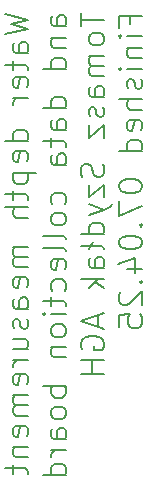
<source format=gbr>
%TF.GenerationSoftware,KiCad,Pcbnew,9.0.0*%
%TF.CreationDate,2025-04-07T01:58:01+02:00*%
%TF.ProjectId,Mastersthesis,4d617374-6572-4737-9468-657369732e6b,0*%
%TF.SameCoordinates,Original*%
%TF.FileFunction,Legend,Bot*%
%TF.FilePolarity,Positive*%
%FSLAX46Y46*%
G04 Gerber Fmt 4.6, Leading zero omitted, Abs format (unit mm)*
G04 Created by KiCad (PCBNEW 9.0.0) date 2025-04-07 01:58:01*
%MOMM*%
%LPD*%
G01*
G04 APERTURE LIST*
%ADD10C,0.200000*%
G04 APERTURE END LIST*
D10*
X71335174Y-77167292D02*
X73335174Y-77643482D01*
X73335174Y-77643482D02*
X71906602Y-78024435D01*
X71906602Y-78024435D02*
X73335174Y-78405387D01*
X73335174Y-78405387D02*
X71335174Y-78881578D01*
X73335174Y-80500625D02*
X72287555Y-80500625D01*
X72287555Y-80500625D02*
X72097078Y-80405387D01*
X72097078Y-80405387D02*
X72001840Y-80214911D01*
X72001840Y-80214911D02*
X72001840Y-79833958D01*
X72001840Y-79833958D02*
X72097078Y-79643482D01*
X73239936Y-80500625D02*
X73335174Y-80310149D01*
X73335174Y-80310149D02*
X73335174Y-79833958D01*
X73335174Y-79833958D02*
X73239936Y-79643482D01*
X73239936Y-79643482D02*
X73049459Y-79548244D01*
X73049459Y-79548244D02*
X72858983Y-79548244D01*
X72858983Y-79548244D02*
X72668507Y-79643482D01*
X72668507Y-79643482D02*
X72573269Y-79833958D01*
X72573269Y-79833958D02*
X72573269Y-80310149D01*
X72573269Y-80310149D02*
X72478031Y-80500625D01*
X72001840Y-81167292D02*
X72001840Y-81929196D01*
X71335174Y-81453006D02*
X73049459Y-81453006D01*
X73049459Y-81453006D02*
X73239936Y-81548244D01*
X73239936Y-81548244D02*
X73335174Y-81738720D01*
X73335174Y-81738720D02*
X73335174Y-81929196D01*
X73239936Y-83357768D02*
X73335174Y-83167292D01*
X73335174Y-83167292D02*
X73335174Y-82786339D01*
X73335174Y-82786339D02*
X73239936Y-82595863D01*
X73239936Y-82595863D02*
X73049459Y-82500625D01*
X73049459Y-82500625D02*
X72287555Y-82500625D01*
X72287555Y-82500625D02*
X72097078Y-82595863D01*
X72097078Y-82595863D02*
X72001840Y-82786339D01*
X72001840Y-82786339D02*
X72001840Y-83167292D01*
X72001840Y-83167292D02*
X72097078Y-83357768D01*
X72097078Y-83357768D02*
X72287555Y-83453006D01*
X72287555Y-83453006D02*
X72478031Y-83453006D01*
X72478031Y-83453006D02*
X72668507Y-82500625D01*
X73335174Y-84310149D02*
X72001840Y-84310149D01*
X72382793Y-84310149D02*
X72192316Y-84405387D01*
X72192316Y-84405387D02*
X72097078Y-84500625D01*
X72097078Y-84500625D02*
X72001840Y-84691101D01*
X72001840Y-84691101D02*
X72001840Y-84881578D01*
X73335174Y-87929197D02*
X71335174Y-87929197D01*
X73239936Y-87929197D02*
X73335174Y-87738721D01*
X73335174Y-87738721D02*
X73335174Y-87357768D01*
X73335174Y-87357768D02*
X73239936Y-87167292D01*
X73239936Y-87167292D02*
X73144697Y-87072054D01*
X73144697Y-87072054D02*
X72954221Y-86976816D01*
X72954221Y-86976816D02*
X72382793Y-86976816D01*
X72382793Y-86976816D02*
X72192316Y-87072054D01*
X72192316Y-87072054D02*
X72097078Y-87167292D01*
X72097078Y-87167292D02*
X72001840Y-87357768D01*
X72001840Y-87357768D02*
X72001840Y-87738721D01*
X72001840Y-87738721D02*
X72097078Y-87929197D01*
X73239936Y-89643483D02*
X73335174Y-89453007D01*
X73335174Y-89453007D02*
X73335174Y-89072054D01*
X73335174Y-89072054D02*
X73239936Y-88881578D01*
X73239936Y-88881578D02*
X73049459Y-88786340D01*
X73049459Y-88786340D02*
X72287555Y-88786340D01*
X72287555Y-88786340D02*
X72097078Y-88881578D01*
X72097078Y-88881578D02*
X72001840Y-89072054D01*
X72001840Y-89072054D02*
X72001840Y-89453007D01*
X72001840Y-89453007D02*
X72097078Y-89643483D01*
X72097078Y-89643483D02*
X72287555Y-89738721D01*
X72287555Y-89738721D02*
X72478031Y-89738721D01*
X72478031Y-89738721D02*
X72668507Y-88786340D01*
X72001840Y-90595864D02*
X74001840Y-90595864D01*
X72097078Y-90595864D02*
X72001840Y-90786340D01*
X72001840Y-90786340D02*
X72001840Y-91167293D01*
X72001840Y-91167293D02*
X72097078Y-91357769D01*
X72097078Y-91357769D02*
X72192316Y-91453007D01*
X72192316Y-91453007D02*
X72382793Y-91548245D01*
X72382793Y-91548245D02*
X72954221Y-91548245D01*
X72954221Y-91548245D02*
X73144697Y-91453007D01*
X73144697Y-91453007D02*
X73239936Y-91357769D01*
X73239936Y-91357769D02*
X73335174Y-91167293D01*
X73335174Y-91167293D02*
X73335174Y-90786340D01*
X73335174Y-90786340D02*
X73239936Y-90595864D01*
X72001840Y-92119674D02*
X72001840Y-92881578D01*
X71335174Y-92405388D02*
X73049459Y-92405388D01*
X73049459Y-92405388D02*
X73239936Y-92500626D01*
X73239936Y-92500626D02*
X73335174Y-92691102D01*
X73335174Y-92691102D02*
X73335174Y-92881578D01*
X73335174Y-93548245D02*
X71335174Y-93548245D01*
X73335174Y-94405388D02*
X72287555Y-94405388D01*
X72287555Y-94405388D02*
X72097078Y-94310150D01*
X72097078Y-94310150D02*
X72001840Y-94119674D01*
X72001840Y-94119674D02*
X72001840Y-93833959D01*
X72001840Y-93833959D02*
X72097078Y-93643483D01*
X72097078Y-93643483D02*
X72192316Y-93548245D01*
X73335174Y-96881579D02*
X72001840Y-96881579D01*
X72192316Y-96881579D02*
X72097078Y-96976817D01*
X72097078Y-96976817D02*
X72001840Y-97167293D01*
X72001840Y-97167293D02*
X72001840Y-97453008D01*
X72001840Y-97453008D02*
X72097078Y-97643484D01*
X72097078Y-97643484D02*
X72287555Y-97738722D01*
X72287555Y-97738722D02*
X73335174Y-97738722D01*
X72287555Y-97738722D02*
X72097078Y-97833960D01*
X72097078Y-97833960D02*
X72001840Y-98024436D01*
X72001840Y-98024436D02*
X72001840Y-98310150D01*
X72001840Y-98310150D02*
X72097078Y-98500627D01*
X72097078Y-98500627D02*
X72287555Y-98595865D01*
X72287555Y-98595865D02*
X73335174Y-98595865D01*
X73239936Y-100310151D02*
X73335174Y-100119675D01*
X73335174Y-100119675D02*
X73335174Y-99738722D01*
X73335174Y-99738722D02*
X73239936Y-99548246D01*
X73239936Y-99548246D02*
X73049459Y-99453008D01*
X73049459Y-99453008D02*
X72287555Y-99453008D01*
X72287555Y-99453008D02*
X72097078Y-99548246D01*
X72097078Y-99548246D02*
X72001840Y-99738722D01*
X72001840Y-99738722D02*
X72001840Y-100119675D01*
X72001840Y-100119675D02*
X72097078Y-100310151D01*
X72097078Y-100310151D02*
X72287555Y-100405389D01*
X72287555Y-100405389D02*
X72478031Y-100405389D01*
X72478031Y-100405389D02*
X72668507Y-99453008D01*
X73335174Y-102119675D02*
X72287555Y-102119675D01*
X72287555Y-102119675D02*
X72097078Y-102024437D01*
X72097078Y-102024437D02*
X72001840Y-101833961D01*
X72001840Y-101833961D02*
X72001840Y-101453008D01*
X72001840Y-101453008D02*
X72097078Y-101262532D01*
X73239936Y-102119675D02*
X73335174Y-101929199D01*
X73335174Y-101929199D02*
X73335174Y-101453008D01*
X73335174Y-101453008D02*
X73239936Y-101262532D01*
X73239936Y-101262532D02*
X73049459Y-101167294D01*
X73049459Y-101167294D02*
X72858983Y-101167294D01*
X72858983Y-101167294D02*
X72668507Y-101262532D01*
X72668507Y-101262532D02*
X72573269Y-101453008D01*
X72573269Y-101453008D02*
X72573269Y-101929199D01*
X72573269Y-101929199D02*
X72478031Y-102119675D01*
X73239936Y-102976818D02*
X73335174Y-103167294D01*
X73335174Y-103167294D02*
X73335174Y-103548246D01*
X73335174Y-103548246D02*
X73239936Y-103738723D01*
X73239936Y-103738723D02*
X73049459Y-103833961D01*
X73049459Y-103833961D02*
X72954221Y-103833961D01*
X72954221Y-103833961D02*
X72763745Y-103738723D01*
X72763745Y-103738723D02*
X72668507Y-103548246D01*
X72668507Y-103548246D02*
X72668507Y-103262532D01*
X72668507Y-103262532D02*
X72573269Y-103072056D01*
X72573269Y-103072056D02*
X72382793Y-102976818D01*
X72382793Y-102976818D02*
X72287555Y-102976818D01*
X72287555Y-102976818D02*
X72097078Y-103072056D01*
X72097078Y-103072056D02*
X72001840Y-103262532D01*
X72001840Y-103262532D02*
X72001840Y-103548246D01*
X72001840Y-103548246D02*
X72097078Y-103738723D01*
X72001840Y-105548247D02*
X73335174Y-105548247D01*
X72001840Y-104691104D02*
X73049459Y-104691104D01*
X73049459Y-104691104D02*
X73239936Y-104786342D01*
X73239936Y-104786342D02*
X73335174Y-104976818D01*
X73335174Y-104976818D02*
X73335174Y-105262533D01*
X73335174Y-105262533D02*
X73239936Y-105453009D01*
X73239936Y-105453009D02*
X73144697Y-105548247D01*
X73335174Y-106500628D02*
X72001840Y-106500628D01*
X72382793Y-106500628D02*
X72192316Y-106595866D01*
X72192316Y-106595866D02*
X72097078Y-106691104D01*
X72097078Y-106691104D02*
X72001840Y-106881580D01*
X72001840Y-106881580D02*
X72001840Y-107072057D01*
X73239936Y-108500628D02*
X73335174Y-108310152D01*
X73335174Y-108310152D02*
X73335174Y-107929199D01*
X73335174Y-107929199D02*
X73239936Y-107738723D01*
X73239936Y-107738723D02*
X73049459Y-107643485D01*
X73049459Y-107643485D02*
X72287555Y-107643485D01*
X72287555Y-107643485D02*
X72097078Y-107738723D01*
X72097078Y-107738723D02*
X72001840Y-107929199D01*
X72001840Y-107929199D02*
X72001840Y-108310152D01*
X72001840Y-108310152D02*
X72097078Y-108500628D01*
X72097078Y-108500628D02*
X72287555Y-108595866D01*
X72287555Y-108595866D02*
X72478031Y-108595866D01*
X72478031Y-108595866D02*
X72668507Y-107643485D01*
X73335174Y-109453009D02*
X72001840Y-109453009D01*
X72192316Y-109453009D02*
X72097078Y-109548247D01*
X72097078Y-109548247D02*
X72001840Y-109738723D01*
X72001840Y-109738723D02*
X72001840Y-110024438D01*
X72001840Y-110024438D02*
X72097078Y-110214914D01*
X72097078Y-110214914D02*
X72287555Y-110310152D01*
X72287555Y-110310152D02*
X73335174Y-110310152D01*
X72287555Y-110310152D02*
X72097078Y-110405390D01*
X72097078Y-110405390D02*
X72001840Y-110595866D01*
X72001840Y-110595866D02*
X72001840Y-110881580D01*
X72001840Y-110881580D02*
X72097078Y-111072057D01*
X72097078Y-111072057D02*
X72287555Y-111167295D01*
X72287555Y-111167295D02*
X73335174Y-111167295D01*
X73239936Y-112881581D02*
X73335174Y-112691105D01*
X73335174Y-112691105D02*
X73335174Y-112310152D01*
X73335174Y-112310152D02*
X73239936Y-112119676D01*
X73239936Y-112119676D02*
X73049459Y-112024438D01*
X73049459Y-112024438D02*
X72287555Y-112024438D01*
X72287555Y-112024438D02*
X72097078Y-112119676D01*
X72097078Y-112119676D02*
X72001840Y-112310152D01*
X72001840Y-112310152D02*
X72001840Y-112691105D01*
X72001840Y-112691105D02*
X72097078Y-112881581D01*
X72097078Y-112881581D02*
X72287555Y-112976819D01*
X72287555Y-112976819D02*
X72478031Y-112976819D01*
X72478031Y-112976819D02*
X72668507Y-112024438D01*
X72001840Y-113833962D02*
X73335174Y-113833962D01*
X72192316Y-113833962D02*
X72097078Y-113929200D01*
X72097078Y-113929200D02*
X72001840Y-114119676D01*
X72001840Y-114119676D02*
X72001840Y-114405391D01*
X72001840Y-114405391D02*
X72097078Y-114595867D01*
X72097078Y-114595867D02*
X72287555Y-114691105D01*
X72287555Y-114691105D02*
X73335174Y-114691105D01*
X72001840Y-115357772D02*
X72001840Y-116119676D01*
X71335174Y-115643486D02*
X73049459Y-115643486D01*
X73049459Y-115643486D02*
X73239936Y-115738724D01*
X73239936Y-115738724D02*
X73335174Y-115929200D01*
X73335174Y-115929200D02*
X73335174Y-116119676D01*
X76555062Y-78214911D02*
X75507443Y-78214911D01*
X75507443Y-78214911D02*
X75316966Y-78119673D01*
X75316966Y-78119673D02*
X75221728Y-77929197D01*
X75221728Y-77929197D02*
X75221728Y-77548244D01*
X75221728Y-77548244D02*
X75316966Y-77357768D01*
X76459824Y-78214911D02*
X76555062Y-78024435D01*
X76555062Y-78024435D02*
X76555062Y-77548244D01*
X76555062Y-77548244D02*
X76459824Y-77357768D01*
X76459824Y-77357768D02*
X76269347Y-77262530D01*
X76269347Y-77262530D02*
X76078871Y-77262530D01*
X76078871Y-77262530D02*
X75888395Y-77357768D01*
X75888395Y-77357768D02*
X75793157Y-77548244D01*
X75793157Y-77548244D02*
X75793157Y-78024435D01*
X75793157Y-78024435D02*
X75697919Y-78214911D01*
X75221728Y-79167292D02*
X76555062Y-79167292D01*
X75412204Y-79167292D02*
X75316966Y-79262530D01*
X75316966Y-79262530D02*
X75221728Y-79453006D01*
X75221728Y-79453006D02*
X75221728Y-79738721D01*
X75221728Y-79738721D02*
X75316966Y-79929197D01*
X75316966Y-79929197D02*
X75507443Y-80024435D01*
X75507443Y-80024435D02*
X76555062Y-80024435D01*
X76555062Y-81833959D02*
X74555062Y-81833959D01*
X76459824Y-81833959D02*
X76555062Y-81643483D01*
X76555062Y-81643483D02*
X76555062Y-81262530D01*
X76555062Y-81262530D02*
X76459824Y-81072054D01*
X76459824Y-81072054D02*
X76364585Y-80976816D01*
X76364585Y-80976816D02*
X76174109Y-80881578D01*
X76174109Y-80881578D02*
X75602681Y-80881578D01*
X75602681Y-80881578D02*
X75412204Y-80976816D01*
X75412204Y-80976816D02*
X75316966Y-81072054D01*
X75316966Y-81072054D02*
X75221728Y-81262530D01*
X75221728Y-81262530D02*
X75221728Y-81643483D01*
X75221728Y-81643483D02*
X75316966Y-81833959D01*
X76555062Y-85167293D02*
X74555062Y-85167293D01*
X76459824Y-85167293D02*
X76555062Y-84976817D01*
X76555062Y-84976817D02*
X76555062Y-84595864D01*
X76555062Y-84595864D02*
X76459824Y-84405388D01*
X76459824Y-84405388D02*
X76364585Y-84310150D01*
X76364585Y-84310150D02*
X76174109Y-84214912D01*
X76174109Y-84214912D02*
X75602681Y-84214912D01*
X75602681Y-84214912D02*
X75412204Y-84310150D01*
X75412204Y-84310150D02*
X75316966Y-84405388D01*
X75316966Y-84405388D02*
X75221728Y-84595864D01*
X75221728Y-84595864D02*
X75221728Y-84976817D01*
X75221728Y-84976817D02*
X75316966Y-85167293D01*
X76555062Y-86976817D02*
X75507443Y-86976817D01*
X75507443Y-86976817D02*
X75316966Y-86881579D01*
X75316966Y-86881579D02*
X75221728Y-86691103D01*
X75221728Y-86691103D02*
X75221728Y-86310150D01*
X75221728Y-86310150D02*
X75316966Y-86119674D01*
X76459824Y-86976817D02*
X76555062Y-86786341D01*
X76555062Y-86786341D02*
X76555062Y-86310150D01*
X76555062Y-86310150D02*
X76459824Y-86119674D01*
X76459824Y-86119674D02*
X76269347Y-86024436D01*
X76269347Y-86024436D02*
X76078871Y-86024436D01*
X76078871Y-86024436D02*
X75888395Y-86119674D01*
X75888395Y-86119674D02*
X75793157Y-86310150D01*
X75793157Y-86310150D02*
X75793157Y-86786341D01*
X75793157Y-86786341D02*
X75697919Y-86976817D01*
X75221728Y-87643484D02*
X75221728Y-88405388D01*
X74555062Y-87929198D02*
X76269347Y-87929198D01*
X76269347Y-87929198D02*
X76459824Y-88024436D01*
X76459824Y-88024436D02*
X76555062Y-88214912D01*
X76555062Y-88214912D02*
X76555062Y-88405388D01*
X76555062Y-89929198D02*
X75507443Y-89929198D01*
X75507443Y-89929198D02*
X75316966Y-89833960D01*
X75316966Y-89833960D02*
X75221728Y-89643484D01*
X75221728Y-89643484D02*
X75221728Y-89262531D01*
X75221728Y-89262531D02*
X75316966Y-89072055D01*
X76459824Y-89929198D02*
X76555062Y-89738722D01*
X76555062Y-89738722D02*
X76555062Y-89262531D01*
X76555062Y-89262531D02*
X76459824Y-89072055D01*
X76459824Y-89072055D02*
X76269347Y-88976817D01*
X76269347Y-88976817D02*
X76078871Y-88976817D01*
X76078871Y-88976817D02*
X75888395Y-89072055D01*
X75888395Y-89072055D02*
X75793157Y-89262531D01*
X75793157Y-89262531D02*
X75793157Y-89738722D01*
X75793157Y-89738722D02*
X75697919Y-89929198D01*
X76459824Y-93262532D02*
X76555062Y-93072056D01*
X76555062Y-93072056D02*
X76555062Y-92691103D01*
X76555062Y-92691103D02*
X76459824Y-92500627D01*
X76459824Y-92500627D02*
X76364585Y-92405389D01*
X76364585Y-92405389D02*
X76174109Y-92310151D01*
X76174109Y-92310151D02*
X75602681Y-92310151D01*
X75602681Y-92310151D02*
X75412204Y-92405389D01*
X75412204Y-92405389D02*
X75316966Y-92500627D01*
X75316966Y-92500627D02*
X75221728Y-92691103D01*
X75221728Y-92691103D02*
X75221728Y-93072056D01*
X75221728Y-93072056D02*
X75316966Y-93262532D01*
X76555062Y-94405389D02*
X76459824Y-94214913D01*
X76459824Y-94214913D02*
X76364585Y-94119675D01*
X76364585Y-94119675D02*
X76174109Y-94024437D01*
X76174109Y-94024437D02*
X75602681Y-94024437D01*
X75602681Y-94024437D02*
X75412204Y-94119675D01*
X75412204Y-94119675D02*
X75316966Y-94214913D01*
X75316966Y-94214913D02*
X75221728Y-94405389D01*
X75221728Y-94405389D02*
X75221728Y-94691104D01*
X75221728Y-94691104D02*
X75316966Y-94881580D01*
X75316966Y-94881580D02*
X75412204Y-94976818D01*
X75412204Y-94976818D02*
X75602681Y-95072056D01*
X75602681Y-95072056D02*
X76174109Y-95072056D01*
X76174109Y-95072056D02*
X76364585Y-94976818D01*
X76364585Y-94976818D02*
X76459824Y-94881580D01*
X76459824Y-94881580D02*
X76555062Y-94691104D01*
X76555062Y-94691104D02*
X76555062Y-94405389D01*
X76555062Y-96214913D02*
X76459824Y-96024437D01*
X76459824Y-96024437D02*
X76269347Y-95929199D01*
X76269347Y-95929199D02*
X74555062Y-95929199D01*
X76555062Y-97262532D02*
X76459824Y-97072056D01*
X76459824Y-97072056D02*
X76269347Y-96976818D01*
X76269347Y-96976818D02*
X74555062Y-96976818D01*
X76459824Y-98786342D02*
X76555062Y-98595866D01*
X76555062Y-98595866D02*
X76555062Y-98214913D01*
X76555062Y-98214913D02*
X76459824Y-98024437D01*
X76459824Y-98024437D02*
X76269347Y-97929199D01*
X76269347Y-97929199D02*
X75507443Y-97929199D01*
X75507443Y-97929199D02*
X75316966Y-98024437D01*
X75316966Y-98024437D02*
X75221728Y-98214913D01*
X75221728Y-98214913D02*
X75221728Y-98595866D01*
X75221728Y-98595866D02*
X75316966Y-98786342D01*
X75316966Y-98786342D02*
X75507443Y-98881580D01*
X75507443Y-98881580D02*
X75697919Y-98881580D01*
X75697919Y-98881580D02*
X75888395Y-97929199D01*
X76459824Y-100595866D02*
X76555062Y-100405390D01*
X76555062Y-100405390D02*
X76555062Y-100024437D01*
X76555062Y-100024437D02*
X76459824Y-99833961D01*
X76459824Y-99833961D02*
X76364585Y-99738723D01*
X76364585Y-99738723D02*
X76174109Y-99643485D01*
X76174109Y-99643485D02*
X75602681Y-99643485D01*
X75602681Y-99643485D02*
X75412204Y-99738723D01*
X75412204Y-99738723D02*
X75316966Y-99833961D01*
X75316966Y-99833961D02*
X75221728Y-100024437D01*
X75221728Y-100024437D02*
X75221728Y-100405390D01*
X75221728Y-100405390D02*
X75316966Y-100595866D01*
X75221728Y-101167295D02*
X75221728Y-101929199D01*
X74555062Y-101453009D02*
X76269347Y-101453009D01*
X76269347Y-101453009D02*
X76459824Y-101548247D01*
X76459824Y-101548247D02*
X76555062Y-101738723D01*
X76555062Y-101738723D02*
X76555062Y-101929199D01*
X76555062Y-102595866D02*
X75221728Y-102595866D01*
X74555062Y-102595866D02*
X74650300Y-102500628D01*
X74650300Y-102500628D02*
X74745538Y-102595866D01*
X74745538Y-102595866D02*
X74650300Y-102691104D01*
X74650300Y-102691104D02*
X74555062Y-102595866D01*
X74555062Y-102595866D02*
X74745538Y-102595866D01*
X76555062Y-103833961D02*
X76459824Y-103643485D01*
X76459824Y-103643485D02*
X76364585Y-103548247D01*
X76364585Y-103548247D02*
X76174109Y-103453009D01*
X76174109Y-103453009D02*
X75602681Y-103453009D01*
X75602681Y-103453009D02*
X75412204Y-103548247D01*
X75412204Y-103548247D02*
X75316966Y-103643485D01*
X75316966Y-103643485D02*
X75221728Y-103833961D01*
X75221728Y-103833961D02*
X75221728Y-104119676D01*
X75221728Y-104119676D02*
X75316966Y-104310152D01*
X75316966Y-104310152D02*
X75412204Y-104405390D01*
X75412204Y-104405390D02*
X75602681Y-104500628D01*
X75602681Y-104500628D02*
X76174109Y-104500628D01*
X76174109Y-104500628D02*
X76364585Y-104405390D01*
X76364585Y-104405390D02*
X76459824Y-104310152D01*
X76459824Y-104310152D02*
X76555062Y-104119676D01*
X76555062Y-104119676D02*
X76555062Y-103833961D01*
X75221728Y-105357771D02*
X76555062Y-105357771D01*
X75412204Y-105357771D02*
X75316966Y-105453009D01*
X75316966Y-105453009D02*
X75221728Y-105643485D01*
X75221728Y-105643485D02*
X75221728Y-105929200D01*
X75221728Y-105929200D02*
X75316966Y-106119676D01*
X75316966Y-106119676D02*
X75507443Y-106214914D01*
X75507443Y-106214914D02*
X76555062Y-106214914D01*
X76555062Y-108691105D02*
X74555062Y-108691105D01*
X75316966Y-108691105D02*
X75221728Y-108881581D01*
X75221728Y-108881581D02*
X75221728Y-109262534D01*
X75221728Y-109262534D02*
X75316966Y-109453010D01*
X75316966Y-109453010D02*
X75412204Y-109548248D01*
X75412204Y-109548248D02*
X75602681Y-109643486D01*
X75602681Y-109643486D02*
X76174109Y-109643486D01*
X76174109Y-109643486D02*
X76364585Y-109548248D01*
X76364585Y-109548248D02*
X76459824Y-109453010D01*
X76459824Y-109453010D02*
X76555062Y-109262534D01*
X76555062Y-109262534D02*
X76555062Y-108881581D01*
X76555062Y-108881581D02*
X76459824Y-108691105D01*
X76555062Y-110786343D02*
X76459824Y-110595867D01*
X76459824Y-110595867D02*
X76364585Y-110500629D01*
X76364585Y-110500629D02*
X76174109Y-110405391D01*
X76174109Y-110405391D02*
X75602681Y-110405391D01*
X75602681Y-110405391D02*
X75412204Y-110500629D01*
X75412204Y-110500629D02*
X75316966Y-110595867D01*
X75316966Y-110595867D02*
X75221728Y-110786343D01*
X75221728Y-110786343D02*
X75221728Y-111072058D01*
X75221728Y-111072058D02*
X75316966Y-111262534D01*
X75316966Y-111262534D02*
X75412204Y-111357772D01*
X75412204Y-111357772D02*
X75602681Y-111453010D01*
X75602681Y-111453010D02*
X76174109Y-111453010D01*
X76174109Y-111453010D02*
X76364585Y-111357772D01*
X76364585Y-111357772D02*
X76459824Y-111262534D01*
X76459824Y-111262534D02*
X76555062Y-111072058D01*
X76555062Y-111072058D02*
X76555062Y-110786343D01*
X76555062Y-113167296D02*
X75507443Y-113167296D01*
X75507443Y-113167296D02*
X75316966Y-113072058D01*
X75316966Y-113072058D02*
X75221728Y-112881582D01*
X75221728Y-112881582D02*
X75221728Y-112500629D01*
X75221728Y-112500629D02*
X75316966Y-112310153D01*
X76459824Y-113167296D02*
X76555062Y-112976820D01*
X76555062Y-112976820D02*
X76555062Y-112500629D01*
X76555062Y-112500629D02*
X76459824Y-112310153D01*
X76459824Y-112310153D02*
X76269347Y-112214915D01*
X76269347Y-112214915D02*
X76078871Y-112214915D01*
X76078871Y-112214915D02*
X75888395Y-112310153D01*
X75888395Y-112310153D02*
X75793157Y-112500629D01*
X75793157Y-112500629D02*
X75793157Y-112976820D01*
X75793157Y-112976820D02*
X75697919Y-113167296D01*
X76555062Y-114119677D02*
X75221728Y-114119677D01*
X75602681Y-114119677D02*
X75412204Y-114214915D01*
X75412204Y-114214915D02*
X75316966Y-114310153D01*
X75316966Y-114310153D02*
X75221728Y-114500629D01*
X75221728Y-114500629D02*
X75221728Y-114691106D01*
X76555062Y-116214915D02*
X74555062Y-116214915D01*
X76459824Y-116214915D02*
X76555062Y-116024439D01*
X76555062Y-116024439D02*
X76555062Y-115643486D01*
X76555062Y-115643486D02*
X76459824Y-115453010D01*
X76459824Y-115453010D02*
X76364585Y-115357772D01*
X76364585Y-115357772D02*
X76174109Y-115262534D01*
X76174109Y-115262534D02*
X75602681Y-115262534D01*
X75602681Y-115262534D02*
X75412204Y-115357772D01*
X75412204Y-115357772D02*
X75316966Y-115453010D01*
X75316966Y-115453010D02*
X75221728Y-115643486D01*
X75221728Y-115643486D02*
X75221728Y-116024439D01*
X75221728Y-116024439D02*
X75316966Y-116214915D01*
X77774950Y-77072054D02*
X77774950Y-78214911D01*
X79774950Y-77643482D02*
X77774950Y-77643482D01*
X79774950Y-79167292D02*
X79679712Y-78976816D01*
X79679712Y-78976816D02*
X79584473Y-78881578D01*
X79584473Y-78881578D02*
X79393997Y-78786340D01*
X79393997Y-78786340D02*
X78822569Y-78786340D01*
X78822569Y-78786340D02*
X78632092Y-78881578D01*
X78632092Y-78881578D02*
X78536854Y-78976816D01*
X78536854Y-78976816D02*
X78441616Y-79167292D01*
X78441616Y-79167292D02*
X78441616Y-79453007D01*
X78441616Y-79453007D02*
X78536854Y-79643483D01*
X78536854Y-79643483D02*
X78632092Y-79738721D01*
X78632092Y-79738721D02*
X78822569Y-79833959D01*
X78822569Y-79833959D02*
X79393997Y-79833959D01*
X79393997Y-79833959D02*
X79584473Y-79738721D01*
X79584473Y-79738721D02*
X79679712Y-79643483D01*
X79679712Y-79643483D02*
X79774950Y-79453007D01*
X79774950Y-79453007D02*
X79774950Y-79167292D01*
X79774950Y-80691102D02*
X78441616Y-80691102D01*
X78632092Y-80691102D02*
X78536854Y-80786340D01*
X78536854Y-80786340D02*
X78441616Y-80976816D01*
X78441616Y-80976816D02*
X78441616Y-81262531D01*
X78441616Y-81262531D02*
X78536854Y-81453007D01*
X78536854Y-81453007D02*
X78727331Y-81548245D01*
X78727331Y-81548245D02*
X79774950Y-81548245D01*
X78727331Y-81548245D02*
X78536854Y-81643483D01*
X78536854Y-81643483D02*
X78441616Y-81833959D01*
X78441616Y-81833959D02*
X78441616Y-82119673D01*
X78441616Y-82119673D02*
X78536854Y-82310150D01*
X78536854Y-82310150D02*
X78727331Y-82405388D01*
X78727331Y-82405388D02*
X79774950Y-82405388D01*
X79774950Y-84214912D02*
X78727331Y-84214912D01*
X78727331Y-84214912D02*
X78536854Y-84119674D01*
X78536854Y-84119674D02*
X78441616Y-83929198D01*
X78441616Y-83929198D02*
X78441616Y-83548245D01*
X78441616Y-83548245D02*
X78536854Y-83357769D01*
X79679712Y-84214912D02*
X79774950Y-84024436D01*
X79774950Y-84024436D02*
X79774950Y-83548245D01*
X79774950Y-83548245D02*
X79679712Y-83357769D01*
X79679712Y-83357769D02*
X79489235Y-83262531D01*
X79489235Y-83262531D02*
X79298759Y-83262531D01*
X79298759Y-83262531D02*
X79108283Y-83357769D01*
X79108283Y-83357769D02*
X79013045Y-83548245D01*
X79013045Y-83548245D02*
X79013045Y-84024436D01*
X79013045Y-84024436D02*
X78917807Y-84214912D01*
X79679712Y-85072055D02*
X79774950Y-85262531D01*
X79774950Y-85262531D02*
X79774950Y-85643483D01*
X79774950Y-85643483D02*
X79679712Y-85833960D01*
X79679712Y-85833960D02*
X79489235Y-85929198D01*
X79489235Y-85929198D02*
X79393997Y-85929198D01*
X79393997Y-85929198D02*
X79203521Y-85833960D01*
X79203521Y-85833960D02*
X79108283Y-85643483D01*
X79108283Y-85643483D02*
X79108283Y-85357769D01*
X79108283Y-85357769D02*
X79013045Y-85167293D01*
X79013045Y-85167293D02*
X78822569Y-85072055D01*
X78822569Y-85072055D02*
X78727331Y-85072055D01*
X78727331Y-85072055D02*
X78536854Y-85167293D01*
X78536854Y-85167293D02*
X78441616Y-85357769D01*
X78441616Y-85357769D02*
X78441616Y-85643483D01*
X78441616Y-85643483D02*
X78536854Y-85833960D01*
X78441616Y-86595865D02*
X78441616Y-87643484D01*
X78441616Y-87643484D02*
X79774950Y-86595865D01*
X79774950Y-86595865D02*
X79774950Y-87643484D01*
X79679712Y-89833961D02*
X79774950Y-90119675D01*
X79774950Y-90119675D02*
X79774950Y-90595866D01*
X79774950Y-90595866D02*
X79679712Y-90786342D01*
X79679712Y-90786342D02*
X79584473Y-90881580D01*
X79584473Y-90881580D02*
X79393997Y-90976818D01*
X79393997Y-90976818D02*
X79203521Y-90976818D01*
X79203521Y-90976818D02*
X79013045Y-90881580D01*
X79013045Y-90881580D02*
X78917807Y-90786342D01*
X78917807Y-90786342D02*
X78822569Y-90595866D01*
X78822569Y-90595866D02*
X78727331Y-90214913D01*
X78727331Y-90214913D02*
X78632092Y-90024437D01*
X78632092Y-90024437D02*
X78536854Y-89929199D01*
X78536854Y-89929199D02*
X78346378Y-89833961D01*
X78346378Y-89833961D02*
X78155902Y-89833961D01*
X78155902Y-89833961D02*
X77965426Y-89929199D01*
X77965426Y-89929199D02*
X77870188Y-90024437D01*
X77870188Y-90024437D02*
X77774950Y-90214913D01*
X77774950Y-90214913D02*
X77774950Y-90691104D01*
X77774950Y-90691104D02*
X77870188Y-90976818D01*
X78441616Y-91643485D02*
X78441616Y-92691104D01*
X78441616Y-92691104D02*
X79774950Y-91643485D01*
X79774950Y-91643485D02*
X79774950Y-92691104D01*
X78441616Y-93262533D02*
X79774950Y-93738723D01*
X78441616Y-94214914D02*
X79774950Y-93738723D01*
X79774950Y-93738723D02*
X80251140Y-93548247D01*
X80251140Y-93548247D02*
X80346378Y-93453009D01*
X80346378Y-93453009D02*
X80441616Y-93262533D01*
X79774950Y-95833962D02*
X77774950Y-95833962D01*
X79679712Y-95833962D02*
X79774950Y-95643486D01*
X79774950Y-95643486D02*
X79774950Y-95262533D01*
X79774950Y-95262533D02*
X79679712Y-95072057D01*
X79679712Y-95072057D02*
X79584473Y-94976819D01*
X79584473Y-94976819D02*
X79393997Y-94881581D01*
X79393997Y-94881581D02*
X78822569Y-94881581D01*
X78822569Y-94881581D02*
X78632092Y-94976819D01*
X78632092Y-94976819D02*
X78536854Y-95072057D01*
X78536854Y-95072057D02*
X78441616Y-95262533D01*
X78441616Y-95262533D02*
X78441616Y-95643486D01*
X78441616Y-95643486D02*
X78536854Y-95833962D01*
X79774950Y-97072057D02*
X79679712Y-96881581D01*
X79679712Y-96881581D02*
X79489235Y-96786343D01*
X79489235Y-96786343D02*
X77774950Y-96786343D01*
X78822569Y-96500629D02*
X78441616Y-97072057D01*
X79774950Y-98691105D02*
X78727331Y-98691105D01*
X78727331Y-98691105D02*
X78536854Y-98595867D01*
X78536854Y-98595867D02*
X78441616Y-98405391D01*
X78441616Y-98405391D02*
X78441616Y-98024438D01*
X78441616Y-98024438D02*
X78536854Y-97833962D01*
X79679712Y-98691105D02*
X79774950Y-98500629D01*
X79774950Y-98500629D02*
X79774950Y-98024438D01*
X79774950Y-98024438D02*
X79679712Y-97833962D01*
X79679712Y-97833962D02*
X79489235Y-97738724D01*
X79489235Y-97738724D02*
X79298759Y-97738724D01*
X79298759Y-97738724D02*
X79108283Y-97833962D01*
X79108283Y-97833962D02*
X79013045Y-98024438D01*
X79013045Y-98024438D02*
X79013045Y-98500629D01*
X79013045Y-98500629D02*
X78917807Y-98691105D01*
X79774950Y-99643486D02*
X77774950Y-99643486D01*
X79013045Y-99833962D02*
X79774950Y-100405391D01*
X78441616Y-100405391D02*
X79203521Y-99643486D01*
X79203521Y-102691106D02*
X79203521Y-103643487D01*
X79774950Y-102500630D02*
X77774950Y-103167296D01*
X77774950Y-103167296D02*
X79774950Y-103833963D01*
X77870188Y-105548249D02*
X77774950Y-105357773D01*
X77774950Y-105357773D02*
X77774950Y-105072059D01*
X77774950Y-105072059D02*
X77870188Y-104786344D01*
X77870188Y-104786344D02*
X78060664Y-104595868D01*
X78060664Y-104595868D02*
X78251140Y-104500630D01*
X78251140Y-104500630D02*
X78632092Y-104405392D01*
X78632092Y-104405392D02*
X78917807Y-104405392D01*
X78917807Y-104405392D02*
X79298759Y-104500630D01*
X79298759Y-104500630D02*
X79489235Y-104595868D01*
X79489235Y-104595868D02*
X79679712Y-104786344D01*
X79679712Y-104786344D02*
X79774950Y-105072059D01*
X79774950Y-105072059D02*
X79774950Y-105262535D01*
X79774950Y-105262535D02*
X79679712Y-105548249D01*
X79679712Y-105548249D02*
X79584473Y-105643487D01*
X79584473Y-105643487D02*
X78917807Y-105643487D01*
X78917807Y-105643487D02*
X78917807Y-105262535D01*
X79774950Y-106500630D02*
X77774950Y-106500630D01*
X78727331Y-106500630D02*
X78727331Y-107643487D01*
X79774950Y-107643487D02*
X77774950Y-107643487D01*
X81947219Y-78024435D02*
X81947219Y-77357768D01*
X82994838Y-77357768D02*
X80994838Y-77357768D01*
X80994838Y-77357768D02*
X80994838Y-78310149D01*
X82994838Y-79072054D02*
X81661504Y-79072054D01*
X80994838Y-79072054D02*
X81090076Y-78976816D01*
X81090076Y-78976816D02*
X81185314Y-79072054D01*
X81185314Y-79072054D02*
X81090076Y-79167292D01*
X81090076Y-79167292D02*
X80994838Y-79072054D01*
X80994838Y-79072054D02*
X81185314Y-79072054D01*
X81661504Y-80024435D02*
X82994838Y-80024435D01*
X81851980Y-80024435D02*
X81756742Y-80119673D01*
X81756742Y-80119673D02*
X81661504Y-80310149D01*
X81661504Y-80310149D02*
X81661504Y-80595864D01*
X81661504Y-80595864D02*
X81756742Y-80786340D01*
X81756742Y-80786340D02*
X81947219Y-80881578D01*
X81947219Y-80881578D02*
X82994838Y-80881578D01*
X82994838Y-81833959D02*
X81661504Y-81833959D01*
X80994838Y-81833959D02*
X81090076Y-81738721D01*
X81090076Y-81738721D02*
X81185314Y-81833959D01*
X81185314Y-81833959D02*
X81090076Y-81929197D01*
X81090076Y-81929197D02*
X80994838Y-81833959D01*
X80994838Y-81833959D02*
X81185314Y-81833959D01*
X82899600Y-82691102D02*
X82994838Y-82881578D01*
X82994838Y-82881578D02*
X82994838Y-83262530D01*
X82994838Y-83262530D02*
X82899600Y-83453007D01*
X82899600Y-83453007D02*
X82709123Y-83548245D01*
X82709123Y-83548245D02*
X82613885Y-83548245D01*
X82613885Y-83548245D02*
X82423409Y-83453007D01*
X82423409Y-83453007D02*
X82328171Y-83262530D01*
X82328171Y-83262530D02*
X82328171Y-82976816D01*
X82328171Y-82976816D02*
X82232933Y-82786340D01*
X82232933Y-82786340D02*
X82042457Y-82691102D01*
X82042457Y-82691102D02*
X81947219Y-82691102D01*
X81947219Y-82691102D02*
X81756742Y-82786340D01*
X81756742Y-82786340D02*
X81661504Y-82976816D01*
X81661504Y-82976816D02*
X81661504Y-83262530D01*
X81661504Y-83262530D02*
X81756742Y-83453007D01*
X82994838Y-84405388D02*
X80994838Y-84405388D01*
X82994838Y-85262531D02*
X81947219Y-85262531D01*
X81947219Y-85262531D02*
X81756742Y-85167293D01*
X81756742Y-85167293D02*
X81661504Y-84976817D01*
X81661504Y-84976817D02*
X81661504Y-84691102D01*
X81661504Y-84691102D02*
X81756742Y-84500626D01*
X81756742Y-84500626D02*
X81851980Y-84405388D01*
X82899600Y-86976817D02*
X82994838Y-86786341D01*
X82994838Y-86786341D02*
X82994838Y-86405388D01*
X82994838Y-86405388D02*
X82899600Y-86214912D01*
X82899600Y-86214912D02*
X82709123Y-86119674D01*
X82709123Y-86119674D02*
X81947219Y-86119674D01*
X81947219Y-86119674D02*
X81756742Y-86214912D01*
X81756742Y-86214912D02*
X81661504Y-86405388D01*
X81661504Y-86405388D02*
X81661504Y-86786341D01*
X81661504Y-86786341D02*
X81756742Y-86976817D01*
X81756742Y-86976817D02*
X81947219Y-87072055D01*
X81947219Y-87072055D02*
X82137695Y-87072055D01*
X82137695Y-87072055D02*
X82328171Y-86119674D01*
X82994838Y-88786341D02*
X80994838Y-88786341D01*
X82899600Y-88786341D02*
X82994838Y-88595865D01*
X82994838Y-88595865D02*
X82994838Y-88214912D01*
X82994838Y-88214912D02*
X82899600Y-88024436D01*
X82899600Y-88024436D02*
X82804361Y-87929198D01*
X82804361Y-87929198D02*
X82613885Y-87833960D01*
X82613885Y-87833960D02*
X82042457Y-87833960D01*
X82042457Y-87833960D02*
X81851980Y-87929198D01*
X81851980Y-87929198D02*
X81756742Y-88024436D01*
X81756742Y-88024436D02*
X81661504Y-88214912D01*
X81661504Y-88214912D02*
X81661504Y-88595865D01*
X81661504Y-88595865D02*
X81756742Y-88786341D01*
X80994838Y-91643484D02*
X80994838Y-91833961D01*
X80994838Y-91833961D02*
X81090076Y-92024437D01*
X81090076Y-92024437D02*
X81185314Y-92119675D01*
X81185314Y-92119675D02*
X81375790Y-92214913D01*
X81375790Y-92214913D02*
X81756742Y-92310151D01*
X81756742Y-92310151D02*
X82232933Y-92310151D01*
X82232933Y-92310151D02*
X82613885Y-92214913D01*
X82613885Y-92214913D02*
X82804361Y-92119675D01*
X82804361Y-92119675D02*
X82899600Y-92024437D01*
X82899600Y-92024437D02*
X82994838Y-91833961D01*
X82994838Y-91833961D02*
X82994838Y-91643484D01*
X82994838Y-91643484D02*
X82899600Y-91453008D01*
X82899600Y-91453008D02*
X82804361Y-91357770D01*
X82804361Y-91357770D02*
X82613885Y-91262532D01*
X82613885Y-91262532D02*
X82232933Y-91167294D01*
X82232933Y-91167294D02*
X81756742Y-91167294D01*
X81756742Y-91167294D02*
X81375790Y-91262532D01*
X81375790Y-91262532D02*
X81185314Y-91357770D01*
X81185314Y-91357770D02*
X81090076Y-91453008D01*
X81090076Y-91453008D02*
X80994838Y-91643484D01*
X80994838Y-92976818D02*
X80994838Y-94310151D01*
X80994838Y-94310151D02*
X82994838Y-93453008D01*
X82804361Y-95072056D02*
X82899600Y-95167294D01*
X82899600Y-95167294D02*
X82994838Y-95072056D01*
X82994838Y-95072056D02*
X82899600Y-94976818D01*
X82899600Y-94976818D02*
X82804361Y-95072056D01*
X82804361Y-95072056D02*
X82994838Y-95072056D01*
X80994838Y-96405389D02*
X80994838Y-96595866D01*
X80994838Y-96595866D02*
X81090076Y-96786342D01*
X81090076Y-96786342D02*
X81185314Y-96881580D01*
X81185314Y-96881580D02*
X81375790Y-96976818D01*
X81375790Y-96976818D02*
X81756742Y-97072056D01*
X81756742Y-97072056D02*
X82232933Y-97072056D01*
X82232933Y-97072056D02*
X82613885Y-96976818D01*
X82613885Y-96976818D02*
X82804361Y-96881580D01*
X82804361Y-96881580D02*
X82899600Y-96786342D01*
X82899600Y-96786342D02*
X82994838Y-96595866D01*
X82994838Y-96595866D02*
X82994838Y-96405389D01*
X82994838Y-96405389D02*
X82899600Y-96214913D01*
X82899600Y-96214913D02*
X82804361Y-96119675D01*
X82804361Y-96119675D02*
X82613885Y-96024437D01*
X82613885Y-96024437D02*
X82232933Y-95929199D01*
X82232933Y-95929199D02*
X81756742Y-95929199D01*
X81756742Y-95929199D02*
X81375790Y-96024437D01*
X81375790Y-96024437D02*
X81185314Y-96119675D01*
X81185314Y-96119675D02*
X81090076Y-96214913D01*
X81090076Y-96214913D02*
X80994838Y-96405389D01*
X81661504Y-98786342D02*
X82994838Y-98786342D01*
X80899600Y-98310151D02*
X82328171Y-97833961D01*
X82328171Y-97833961D02*
X82328171Y-99072056D01*
X82804361Y-99833961D02*
X82899600Y-99929199D01*
X82899600Y-99929199D02*
X82994838Y-99833961D01*
X82994838Y-99833961D02*
X82899600Y-99738723D01*
X82899600Y-99738723D02*
X82804361Y-99833961D01*
X82804361Y-99833961D02*
X82994838Y-99833961D01*
X81185314Y-100691104D02*
X81090076Y-100786342D01*
X81090076Y-100786342D02*
X80994838Y-100976818D01*
X80994838Y-100976818D02*
X80994838Y-101453009D01*
X80994838Y-101453009D02*
X81090076Y-101643485D01*
X81090076Y-101643485D02*
X81185314Y-101738723D01*
X81185314Y-101738723D02*
X81375790Y-101833961D01*
X81375790Y-101833961D02*
X81566266Y-101833961D01*
X81566266Y-101833961D02*
X81851980Y-101738723D01*
X81851980Y-101738723D02*
X82994838Y-100595866D01*
X82994838Y-100595866D02*
X82994838Y-101833961D01*
X80994838Y-103643485D02*
X80994838Y-102691104D01*
X80994838Y-102691104D02*
X81947219Y-102595866D01*
X81947219Y-102595866D02*
X81851980Y-102691104D01*
X81851980Y-102691104D02*
X81756742Y-102881580D01*
X81756742Y-102881580D02*
X81756742Y-103357771D01*
X81756742Y-103357771D02*
X81851980Y-103548247D01*
X81851980Y-103548247D02*
X81947219Y-103643485D01*
X81947219Y-103643485D02*
X82137695Y-103738723D01*
X82137695Y-103738723D02*
X82613885Y-103738723D01*
X82613885Y-103738723D02*
X82804361Y-103643485D01*
X82804361Y-103643485D02*
X82899600Y-103548247D01*
X82899600Y-103548247D02*
X82994838Y-103357771D01*
X82994838Y-103357771D02*
X82994838Y-102881580D01*
X82994838Y-102881580D02*
X82899600Y-102691104D01*
X82899600Y-102691104D02*
X82804361Y-102595866D01*
M02*

</source>
